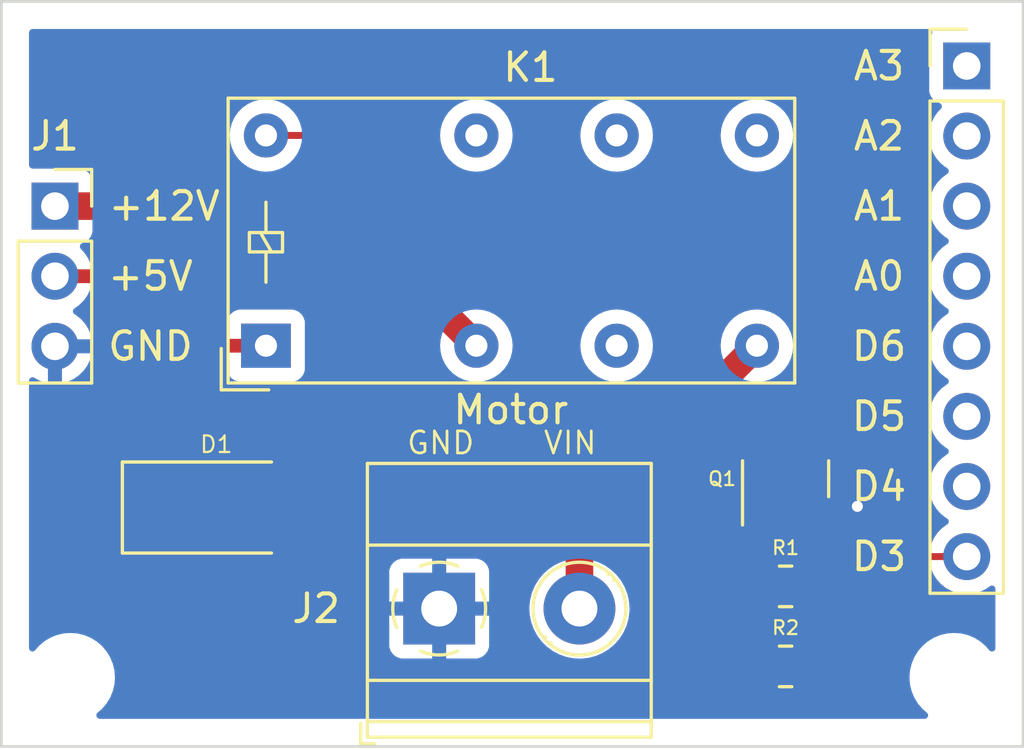
<source format=kicad_pcb>
(kicad_pcb (version 20211014) (generator pcbnew)
  (layers (0 "F.Cu" signal) (31 "B.Cu" signal) (34 "B.Paste" user) (35 "F.Paste" user) (36 "B.SilkS" user "B.Silkscreen") (37 "F.SilkS" user "F.Silkscreen") (38 "B.Mask" user) (39 "F.Mask" user) (44 "Edge.Cuts" user))
  (net 0 "")
  (net 1 "CMD")
  (net 3 "mot")
  (net 7 "GND")
  (net 8 "+12V")
  (net 9 "+5V")
  (net 17 "/CMD2")
  (net 18 "/sw-")
  (footprint "MountingHole:MountingHole_2.2mm_M2" (layer "F.Cu") (at 174.8 113.6)
    (fp_text reference "REF**" hide)
    (fp_text value "MountingHole_2.2mm_M2" hide)
    (pad "" np_thru_hole circle (at 0 0) (size 2.2 2.2) (drill 2.2) (layers F&B.Cu *.Mask))
  )
  (footprint "Package_TO_SOT_SMD:SOT-23" (layer "F.Cu") (at 168.7 106.4 90)
    (fp_text reference "Q1" (at 0 -2.3 180) (layer "F.SilkS") (effects (font (size 0.5 0.5) (thickness 0.08))))
    (fp_text value "2N 2222A SMD Bipolartransistor, NPN, 40V, 0,8A, 0,4W, SOT-23" hide)
    (fp_line (start 0 1.56) (end 0.65 1.56) (layer "F.SilkS") (width 0.12))
    (fp_line (start 0 -1.56) (end 0.65 -1.56) (layer "F.SilkS") (width 0.12))
    (fp_line (start 0 1.56) (end -0.65 1.56) (layer "F.SilkS") (width 0.12))
    (fp_line (start 0 -1.56) (end -1.675 -1.56) (layer "F.SilkS") (width 0.12))
    (pad "1" smd roundrect (at -0.9375 -0.95 90) (size 1.475 0.6) (layers "F.Cu" "F.Paste" "F.Mask") (net 17 "/CMD2"))
    (pad "2" smd roundrect (at -0.9375 0.95 90) (size 1.475 0.6) (layers "F.Cu" "F.Paste" "F.Mask") (net 7 "GND"))
    (pad "3" smd roundrect (at 0.9375 0 90) (size 1.475 0.6) (layers "F.Cu" "F.Paste" "F.Mask") (net 18 "/sw-"))
  )
  (footprint "MountingHole:MountingHole_2.2mm_M2" (layer "F.Cu") (at 142.8 113.6)
    (fp_text reference "REF**" hide)
    (fp_text value "MountingHole_2.2mm_M2" hide)
    (pad "" np_thru_hole circle (at 0 0) (size 2.2 2.2) (drill 2.2) (layers F&B.Cu *.Mask))
  )
  (footprint "Relay_THT:Relay_DPDT_Finder_30.22" (layer "F.Cu") (at 149.8817 101.5783)
    (fp_text reference "K1" (at 9.5795 -10.0875) (layer "F.SilkS"))
    (fp_text value "AZ822-2C-5DSE Signal-Relais, 5 V DC, 2 A, 2 CO" hide)
    (fp_line (start -1.37 1.35) (end -1.37 -8.97) (layer "F.SilkS") (width 0.12))
    (fp_line (start -0.6 -3.4) (end 0.6 -3.4) (layer "F.SilkS") (width 0.12))
    (fp_line (start 0 -3.4) (end 0 -2.3) (layer "F.SilkS") (width 0.12))
    (fp_line (start 19.15 1.35) (end -1.37 1.35) (layer "F.SilkS") (width 0.12))
    (fp_line (start 0.6 -3.4) (end 0.6 -4.1) (layer "F.SilkS") (width 0.12))
    (fp_line (start -1.62 1.6) (end -1.62 0.1) (layer "F.SilkS") (width 0.12))
    (fp_line (start -0.6 -4.1) (end -0.6 -3.4) (layer "F.SilkS") (width 0.12))
    (fp_line (start 0 -4.1) (end 0 -5.2) (layer "F.SilkS") (width 0.12))
    (fp_line (start 19.15 -8.97) (end 19.15 1.35) (layer "F.SilkS") (width 0.12))
    (fp_line (start -1.37 -8.97) (end 19.15 -8.97) (layer "F.SilkS") (width 0.12))
    (fp_line (start 0.6 -4.1) (end -0.6 -4.1) (layer "F.SilkS") (width 0.12))
    (fp_line (start 0.1 1.6) (end -1.62 1.6) (layer "F.SilkS") (width 0.12))
    (fp_line (start 0.2 -3.4) (end -0.2 -4.1) (layer "F.SilkS") (width 0.12))
    (pad "11" thru_hole circle (at 7.62 0 90) (size 1.6 1.6) (drill 0.8) (layers *.Cu *.Mask) (net 8 "+12V"))
    (pad "12" thru_hole circle (at 12.7 0 90) (size 1.6 1.6) (drill 0.8) (layers *.Cu *.Mask))
    (pad "14" thru_hole circle (at 17.78 0 90) (size 1.6 1.6) (drill 0.8) (layers *.Cu *.Mask) (net 3 "mot"))
    (pad "21" thru_hole circle (at 7.62 -7.62 90) (size 1.6 1.6) (drill 0.8) (layers *.Cu *.Mask))
    (pad "22" thru_hole circle (at 12.7 -7.62 90) (size 1.6 1.6) (drill 0.8) (layers *.Cu *.Mask))
    (pad "24" thru_hole circle (at 17.78 -7.62 180) (size 1.6 1.6) (drill 0.8) (layers *.Cu *.Mask))
    (pad "A1" thru_hole rect (at 0 0 90) (size 1.6 1.8) (drill 0.8) (layers *.Cu *.Mask) (net 9 "+5V"))
    (pad "A2" thru_hole circle (at 0 -7.62 90) (size 1.6 1.6) (drill 0.8) (layers *.Cu *.Mask) (net 18 "/sw-"))
  )
  (footprint "Resistor_SMD:R_0805_2012Metric" (layer "F.Cu") (at 168.7 110.3)
    (fp_text reference "R1" (at 0 -1.397) (layer "F.SilkS") (effects (font (size 0.5 0.5) (thickness 0.08))))
    (fp_text value "1k" hide)
    (fp_line (start -0.227064 0.735) (end 0.227064 0.735) (layer "F.SilkS") (width 0.12))
    (fp_line (start -0.227064 -0.735) (end 0.227064 -0.735) (layer "F.SilkS") (width 0.12))
    (pad "1" smd roundrect (at -0.9125 0) (size 1.025 1.4) (layers "F.Cu" "F.Paste" "F.Mask") (roundrect_rratio 0.243902) (net 17 "/CMD2"))
    (pad "2" smd roundrect (at 0.9125 0) (size 1.025 1.4) (layers "F.Cu" "F.Paste" "F.Mask") (roundrect_rratio 0.243902) (net 1 "CMD"))
  )
  (footprint "Resistor_SMD:R_0805_2012Metric" (layer "F.Cu") (at 168.7 113.2)
    (fp_text reference "R2" (at 0 -1.4) (layer "F.SilkS") (effects (font (size 0.5 0.5) (thickness 0.08))))
    (fp_text value "1k" hide)
    (fp_line (start -0.227064 0.735) (end 0.227064 0.735) (layer "F.SilkS") (width 0.12))
    (fp_line (start -0.227064 -0.735) (end 0.227064 -0.735) (layer "F.SilkS") (width 0.12))
    (pad "1" smd roundrect (at -0.9125 0) (size 1.025 1.4) (layers "F.Cu" "F.Paste" "F.Mask") (roundrect_rratio 0.243902) (net 17 "/CMD2"))
    (pad "2" smd roundrect (at 0.9125 0) (size 1.025 1.4) (layers "F.Cu" "F.Paste" "F.Mask") (roundrect_rratio 0.243902) (net 1 "CMD"))
  )
  (footprint "TerminalBlock_Phoenix:TerminalBlock_Phoenix_MKDS-1,5-2-5.08_1x02_P5.08mm_Horizontal" (layer "F.Cu") (at 156.155 111.105)
    (fp_text reference "J2" (at -4.455 -0.005) (layer "F.SilkS"))
    (fp_text value "Screw_Terminal_01x02" hide)
    (fp_line (start -2.6 -5.261) (end 7.68 -5.261) (layer "F.SilkS") (width 0.12))
    (fp_line (start -2.84 4.16) (end -2.84 4.9) (layer "F.SilkS") (width 0.12))
    (fp_line (start -2.6 -5.261) (end -2.6 4.66) (layer "F.SilkS") (width 0.12))
    (fp_line (start 6.355 -1.069) (end 6.308 -1.023) (layer "F.SilkS") (width 0.12))
    (fp_line (start 6.15 -1.275) (end 6.115 -1.239) (layer "F.SilkS") (width 0.12))
    (fp_line (start -2.6 -2.301) (end 7.68 -2.301) (layer "F.SilkS") (width 0.12))
    (fp_line (start 4.046 1.239) (end 4.011 1.274) (layer "F.SilkS") (width 0.12))
    (fp_line (start -2.6 2.6) (end 7.68 2.6) (layer "F.SilkS") (width 0.12))
    (fp_line (start -2.6 4.1) (end 7.68 4.1) (layer "F.SilkS") (width 0.12))
    (fp_line (start 7.68 -5.261) (end 7.68 4.66) (layer "F.SilkS") (width 0.12))
    (fp_line (start 3.853 1.023) (end 3.806 1.069) (layer "F.SilkS") (width 0.12))
    (fp_line (start -2.84 4.9) (end -2.34 4.9) (layer "F.SilkS") (width 0.12))
    (fp_line (start -2.6 4.66) (end 7.68 4.66) (layer "F.SilkS") (width 0.12))
    (fp_arc (start -1.535427 0.683042) (mid -1.680501 -0.000524) (end -1.535 -0.684) (layer "F.SilkS") (width 0.12))
    (fp_arc (start -0.683042 -1.535427) (mid 0.000524 -1.680501) (end 0.684 -1.535) (layer "F.SilkS") (width 0.12))
    (fp_arc (start 0.683318 1.534756) (mid 0.349292 1.643288) (end 0 1.68) (layer "F.SilkS") (width 0.12))
    (fp_arc (start 0.028805 1.680253) (mid -0.335551 1.646659) (end -0.684 1.535) (layer "F.SilkS") (width 0.12))
    (fp_arc (start 1.535427 -0.683042) (mid 1.680501 0.000524) (end 1.535 0.684) (layer "F.SilkS") (width 0.12))
    (fp_circle (center 5.08 0) (end 6.76 0) (layer "F.SilkS") (width 0.12) (fill none))
    (pad "1" thru_hole rect (at 0 0) (size 2.6 2.6) (drill 1.3) (layers *.Cu *.Mask) (net 7 "GND"))
    (pad "2" thru_hole circle (at 5.08 0) (size 2.6 2.6) (drill 1.3) (layers *.Cu *.Mask) (net 3 "mot"))
  )
  (footprint "Diode_SMD:D_SMA" (layer "F.Cu") (at 148.082 107.442)
    (fp_text reference "D1" (at 0 -2.286) (layer "F.SilkS") (effects (font (size 0.6 0.6) (thickness 0.08))))
    (fp_text value "GS1A Gleichrichterdiode, 50 V, 1 A, DO-214AC/SMA" hide)
    (fp_line (start -3.4 -1.65) (end 2 -1.65) (layer "F.SilkS") (width 0.12))
    (fp_line (start -3.4 1.65) (end 2 1.65) (layer "F.SilkS") (width 0.12))
    (fp_line (start -3.4 -1.65) (end -3.4 1.65) (layer "F.SilkS") (width 0.12))
    (pad "1" smd rect (at -2 0) (size 2.5 1.8) (layers "F.Cu" "F.Paste" "F.Mask") (net 9 "+5V"))
    (pad "2" smd rect (at 2 0) (size 2.5 1.8) (layers "F.Cu" "F.Paste" "F.Mask") (net 18 "/sw-"))
  )
  (footprint "CAN_ATmega:Connector_male" (layer "F.Cu") (at 157.48 99.06)
    (fp_text reference "J1" (at -15.24 -5.08 unlocked) (layer "F.SilkS"))
    (fp_text value "Connector_male" hide)
    (fp_text user "A1" (at 14.605 -2.54 unlocked) (layer "F.SilkS"))
    (fp_text user "GND" (at -11.78 2.54 unlocked) (layer "F.SilkS"))
    (fp_text user "D3" (at 14.605 10.16 unlocked) (layer "F.SilkS"))
    (fp_text user "+12V" (at -11.28 -2.54 unlocked) (layer "F.SilkS"))
    (fp_text user "D4" (at 14.605 7.62 unlocked) (layer "F.SilkS"))
    (fp_text user "A3" (at 14.605 -7.62 unlocked) (layer "F.SilkS"))
    (fp_text user "A0" (at 14.605 0 unlocked) (layer "F.SilkS"))
    (fp_text user "D5" (at 14.605 5.08 unlocked) (layer "F.SilkS"))
    (fp_text user "A2" (at 14.605 -5.08 unlocked) (layer "F.SilkS"))
    (fp_text user "+5V" (at -11.78 0 unlocked) (layer "F.SilkS"))
    (fp_text user "D6" (at 14.605 2.54 unlocked) (layer "F.SilkS"))
    (fp_line (start 16.45 -6.35) (end 16.45 11.49) (layer "F.SilkS") (width 0.12))
    (fp_line (start -16.57 -1.27) (end -13.91 -1.27) (layer "F.SilkS") (width 0.12))
    (fp_line (start 16.45 -7.62) (end 16.45 -8.95) (layer "F.SilkS") (width 0.12))
    (fp_line (start 16.45 -8.95) (end 17.78 -8.95) (layer "F.SilkS") (width 0.12))
    (fp_line (start -13.91 -1.27) (end -13.91 3.87) (layer "F.SilkS") (width 0.12))
    (fp_line (start -13.91 -3.87) (end -13.91 -2.54) (layer "F.SilkS") (width 0.12))
    (fp_line (start 16.45 11.49) (end 19.11 11.49) (layer "F.SilkS") (width 0.12))
    (fp_line (start 16.45 -6.35) (end 19.11 -6.35) (layer "F.SilkS") (width 0.12))
    (fp_line (start 19.11 -6.35) (end 19.11 11.49) (layer "F.SilkS") (width 0.12))
    (fp_line (start -15.24 -3.87) (end -13.91 -3.87) (layer "F.SilkS") (width 0.12))
    (fp_line (start -16.57 -1.27) (end -16.57 3.87) (layer "F.SilkS") (width 0.12))
    (fp_line (start -16.57 3.87) (end -13.91 3.87) (layer "F.SilkS") (width 0.12))
    (pad "1" thru_hole rect (at -15.24 -2.54) (size 1.7 1.7) (drill 1) (layers *.Cu *.Mask) (net 8 "+12V"))
    (pad "2" thru_hole oval (at -15.24 0) (size 1.7 1.7) (drill 1) (layers *.Cu *.Mask) (net 9 "+5V"))
    (pad "3" thru_hole oval (at -15.24 2.54) (size 1.7 1.7) (drill 1) (layers *.Cu *.Mask) (net 7 "GND"))
    (pad "4" thru_hole oval (at 17.78 10.16) (size 1.7 1.7) (drill 1) (layers *.Cu *.Mask) (net 1 "CMD"))
    (pad "5" thru_hole oval (at 17.78 7.62) (size 1.7 1.7) (drill 1) (layers *.Cu *.Mask))
    (pad "6" thru_hole oval (at 17.78 5.08) (size 1.7 1.7) (drill 1) (layers *.Cu *.Mask))
    (pad "7" thru_hole oval (at 17.78 2.54) (size 1.7 1.7) (drill 1) (layers *.Cu *.Mask))
    (pad "8" thru_hole oval (at 17.78 0) (size 1.7 1.7) (drill 1) (layers *.Cu *.Mask))
    (pad "9" thru_hole oval (at 17.78 -2.54) (size 1.7 1.7) (drill 1) (layers *.Cu *.Mask))
    (pad "10" thru_hole oval (at 17.78 -5.08) (size 1.7 1.7) (drill 1) (layers *.Cu *.Mask))
    (pad "11" thru_hole rect (at 17.78 -7.62) (size 1.7 1.7) (drill 1) (layers *.Cu *.Mask))
  )
  (gr_line (start 177.3 116.1) (end 177.3 89.1) (layer "Edge.Cuts") (width 0.1))
  (gr_line (start 140.3 116.1) (end 177.3 116.1) (layer "Edge.Cuts") (width 0.1))
  (gr_line (start 140.3 89.1) (end 140.3 116.1) (layer "Edge.Cuts") (width 0.1))
  (gr_line (start 177.3 89.1) (end 140.3 89.1) (layer "Edge.Cuts") (width 0.1))
  (gr_text "Motor" (at 158.75 103.9) (layer "F.SilkS") (effects (font (size 1 1))))
  (gr_text "VIN" (at 160.9 105.1) (layer "F.SilkS") (effects (font (size 0.8 0.8) (thickness 0.1))))
  (gr_text "GND" (at 156.21 105.1) (layer "F.SilkS") (effects (font (size 0.8 0.8) (thickness 0.1))))
  (segment (start 169.6125 110.3) (end 172.5 110.3) (width 0.25) (layer "F.Cu") (net 1))
  (segment (start 169.6125 113.2) (end 170.6 113.2) (width 0.25) (layer "F.Cu") (net 1))
  (segment (start 172.5 110.3) (end 173.2 109.6) (width 0.25) (layer "F.Cu") (net 1))
  (segment (start 173.2 110.6) (end 173.2 109.6) (width 0.25) (layer "F.Cu") (net 1))
  (segment (start 170.6 113.2) (end 173.2 110.6) (width 0.25) (layer "F.Cu") (net 1))
  (segment (start 173.2 109.6) (end 173.58 109.22) (width 0.25) (layer "F.Cu") (net 1))
  (segment (start 173.58 109.22) (end 175.26 109.22) (width 0.25) (layer "F.Cu") (net 1))
  (segment (start 161.235 108.005) (end 161.235 111.105) (width 1) (layer "F.Cu") (net 3))
  (segment (start 167.6617 101.5783) (end 161.235 108.005) (width 1) (layer "F.Cu") (net 3))
  (segment (start 169.7125 107.4) (end 169.65 107.3375) (width 0.25) (layer "F.Cu") (net 7))
  (segment (start 171.3 107.4) (end 169.7125 107.4) (width 0.25) (layer "F.Cu") (net 7))
  (via (at 171.3 107.4) (size 0.8) (drill 0.4) (layers "F.Cu" "B.Cu") (net 7))
  (segment (start 152.4434 96.52) (end 142.24 96.52) (width 1) (layer "F.Cu") (net 8))
  (segment (start 157.5017 101.5783) (end 152.4434 96.52) (width 1) (layer "F.Cu") (net 8))
  (segment (start 146.082 101.282) (end 146.082 107.442) (width 0.5) (layer "F.Cu") (net 9))
  (segment (start 147.6 101.6) (end 146.4 101.6) (width 0.5) (layer "F.Cu") (net 9))
  (segment (start 146.082 101.124) (end 146.082 101.282) (width 0.5) (layer "F.Cu") (net 9))
  (segment (start 146.082 101.124) (end 147.124 101.124) (width 0.5) (layer "F.Cu") (net 9))
  (segment (start 147.124 101.124) (end 147.6 101.6) (width 0.5) (layer "F.Cu") (net 9))
  (segment (start 147.6217 101.5783) (end 149.8817 101.5783) (width 0.5) (layer "F.Cu") (net 9))
  (segment (start 146.4 101.6) (end 146.082 101.282) (width 0.5) (layer "F.Cu") (net 9))
  (segment (start 144.018 99.06) (end 142.24 99.06) (width 0.5) (layer "F.Cu") (net 9))
  (segment (start 147.6 101.6) (end 147.6217 101.5783) (width 0.5) (layer "F.Cu") (net 9))
  (segment (start 144.018 99.06) (end 146.082 101.124) (width 0.5) (layer "F.Cu") (net 9))
  (segment (start 167.7875 113.2) (end 167.7875 110.3) (width 0.25) (layer "F.Cu") (net 17))
  (segment (start 167.7875 110.3) (end 167.7875 107.375) (width 0.25) (layer "F.Cu") (net 17))
  (segment (start 167.7875 107.375) (end 167.75 107.3375) (width 0.25) (layer "F.Cu") (net 17))
  (segment (start 156.936 97.536) (end 153.3583 93.9583) (width 0.25) (layer "F.Cu") (net 18))
  (segment (start 160 102.89) (end 160 99) (width 0.25) (layer "F.Cu") (net 18))
  (segment (start 167.336 97.536) (end 161.464 97.536) (width 0.25) (layer "F.Cu") (net 18))
  (segment (start 158.536 97.536) (end 158.236 97.536) (width 0.25) (layer "F.Cu") (net 18))
  (segment (start 161.464 97.536) (end 160.274 97.536) (width 0.25) (layer "F.Cu") (net 18))
  (segment (start 150.082 107.442) (end 155.448 107.442) (width 0.25) (layer "F.Cu") (net 18))
  (segment (start 160 99) (end 158.536 97.536) (width 0.25) (layer "F.Cu") (net 18))
  (segment (start 170 103.05) (end 170 100.2) (width 0.25) (layer "F.Cu") (net 18))
  (segment (start 170 100.2) (end 167.336 97.536) (width 0.25) (layer "F.Cu") (net 18))
  (segment (start 168.7 104.35) (end 170 103.05) (width 0.25) (layer "F.Cu") (net 18))
  (segment (start 153.3583 93.9583) (end 149.8817 93.9583) (width 0.25) (layer "F.Cu") (net 18))
  (segment (start 160.274 97.536) (end 158.236 97.536) (width 0.25) (layer "F.Cu") (net 18))
  (segment (start 168.7 105.4625) (end 168.7 104.35) (width 0.25) (layer "F.Cu") (net 18))
  (segment (start 158.236 97.536) (end 156.936 97.536) (width 0.25) (layer "F.Cu") (net 18))
  (segment (start 155.448 107.442) (end 160 102.89) (width 0.25) (layer "F.Cu") (net 18))
  (segment (start 160 99) (end 161.464 97.536) (width 0.25) (layer "F.Cu") (net 18))
  (zone (net 7) (net_name "GND") (layer "B.Cu") (connect_pads (clearance 0.508)) (min_thickness 0.254) (fill yes (thermal_gap 0.508) (thermal_bridge_width 0.508))
    (polygon (pts (xy 176.3 115.1) (xy 141.3 115.1) (xy 141.3 90.1) (xy 176.3 90.1)))
  )
)
</source>
